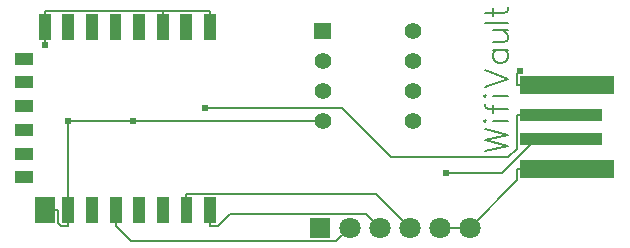
<source format=gtl>
G04 Layer: TopLayer*
G04 EasyEDA v6.1.52, Mon, 22 Jul 2019 07:30:32 GMT*
G04 48bfd73402ea4c338a6de7f667507198,62ece946848449f3960951035e99d9e0,10*
G04 Gerber Generator version 0.2*
G04 Scale: 100 percent, Rotated: No, Reflected: No *
G04 Dimensions in millimeters *
G04 leading zeros omitted , absolute positions ,3 integer and 3 decimal *
%FSLAX33Y33*%
%MOMM*%
G90*
G71D02*

%ADD10C,0.159995*%
%ADD11C,0.203200*%
%ADD12C,0.610006*%
%ADD17R,1.499997X0.999998*%
%ADD19C,1.397000*%
%ADD20C,1.799996*%
%ADD21R,1.799996X1.799996*%

%LPD*%
G54D10*
G01X43525Y15331D02*
G01X43251Y15054D01*
G01X43251Y14109D01*
G01X47492Y14109D02*
G01X43251Y14109D01*
G01X46984Y11559D02*
G01X43240Y11559D01*
G01X43240Y11559D02*
G01X43240Y8717D01*
G01X42527Y8001D01*
G01X32600Y8001D01*
G01X28473Y12128D01*
G01X16827Y12128D01*
G01X37231Y6626D02*
G01X41968Y6626D01*
G01X44861Y9519D01*
G01X46984Y9519D01*
G01X10751Y11049D02*
G01X26797Y11049D01*
G01X5278Y11049D02*
G01X10751Y11049D01*
G01X5278Y11049D02*
G01X5275Y11051D01*
G01X5278Y4889D02*
G01X5278Y11049D01*
G01X47492Y6969D02*
G01X43251Y6969D01*
G01X39243Y2032D02*
G01X43251Y6040D01*
G01X43251Y6969D01*
G01X36703Y2032D02*
G01X39243Y2032D01*
G01X5278Y3545D02*
G01X5278Y4889D01*
G01X5278Y2875D02*
G01X5278Y3545D01*
G01X5278Y2875D02*
G01X5278Y2204D01*
G01X3279Y3545D02*
G01X4371Y3545D01*
G01X4371Y3545D02*
G01X4371Y2453D01*
G01X4620Y2204D01*
G01X5278Y2204D01*
G01X15278Y3545D02*
G01X15278Y4886D01*
G01X15278Y4886D02*
G01X15278Y4889D01*
G01X31305Y4889D01*
G01X34163Y2032D01*
G01X17277Y3545D02*
G01X17277Y2204D01*
G01X17277Y2204D02*
G01X17973Y2204D01*
G01X18978Y3210D01*
G01X30444Y3210D01*
G01X31623Y2032D01*
G01X9278Y3545D02*
G01X9278Y2204D01*
G01X9278Y2204D02*
G01X10591Y889D01*
G01X27940Y889D01*
G01X29083Y2032D01*
G01X3266Y19723D02*
G01X3258Y19715D01*
G01X3258Y17485D01*
G01X3266Y19723D02*
G01X3266Y20396D01*
G01X3266Y19052D02*
G01X3266Y19723D01*
G01X13266Y20396D02*
G01X13266Y20393D01*
G01X3266Y20396D02*
G01X3268Y20396D01*
G01X13266Y20396D01*
G01X13266Y20396D02*
G01X17272Y20396D01*
G01X17272Y19055D02*
G01X17272Y20396D01*
G01X13266Y19052D02*
G01X13266Y20393D01*
G54D11*
G01X40548Y8509D02*
G01X42486Y8971D01*
G01X40548Y9433D02*
G01X42486Y8971D01*
G01X40548Y9433D02*
G01X42486Y9893D01*
G01X40548Y10355D02*
G01X42486Y9893D01*
G01X40548Y10965D02*
G01X40640Y11059D01*
G01X40548Y11150D01*
G01X40454Y11059D01*
G01X40548Y10965D01*
G01X41193Y11059D02*
G01X42486Y11059D01*
G01X40548Y12499D02*
G01X40548Y12313D01*
G01X40640Y12128D01*
G01X40916Y12037D01*
G01X42486Y12037D01*
G01X41193Y11760D02*
G01X41193Y12407D01*
G01X40548Y13108D02*
G01X40640Y13200D01*
G01X40548Y13294D01*
G01X40454Y13200D01*
G01X40548Y13108D01*
G01X41193Y13200D02*
G01X42486Y13200D01*
G01X40548Y13903D02*
G01X42486Y14643D01*
G01X40548Y15379D02*
G01X42486Y14643D01*
G01X41193Y17099D02*
G01X42486Y17099D01*
G01X41470Y17099D02*
G01X41287Y16913D01*
G01X41193Y16728D01*
G01X41193Y16451D01*
G01X41287Y16268D01*
G01X41470Y16083D01*
G01X41747Y15989D01*
G01X41932Y15989D01*
G01X42209Y16083D01*
G01X42395Y16268D01*
G01X42486Y16451D01*
G01X42486Y16728D01*
G01X42395Y16913D01*
G01X42209Y17099D01*
G01X41193Y17708D02*
G01X42118Y17708D01*
G01X42395Y17800D01*
G01X42486Y17985D01*
G01X42486Y18262D01*
G01X42395Y18448D01*
G01X42118Y18724D01*
G01X41193Y18724D02*
G01X42486Y18724D01*
G01X40548Y19334D02*
G01X42486Y19334D01*
G01X40548Y20220D02*
G01X42118Y20220D01*
G01X42395Y20312D01*
G01X42486Y20497D01*
G01X42486Y20683D01*
G01X41193Y19944D02*
G01X41193Y20589D01*
G36*
G01X51492Y14859D02*
G01X51492Y13359D01*
G01X43492Y13359D01*
G01X43492Y14859D01*
G01X51492Y14859D01*
G37*
G36*
G01X50483Y12060D02*
G01X50483Y11060D01*
G01X43483Y11060D01*
G01X43483Y12060D01*
G01X50483Y12060D01*
G37*
G36*
G01X50483Y10020D02*
G01X50483Y9020D01*
G01X43483Y9020D01*
G01X43483Y10020D01*
G01X50483Y10020D01*
G37*
G36*
G01X51492Y7719D02*
G01X51492Y6219D01*
G01X43492Y6219D01*
G01X43492Y7719D01*
G01X51492Y7719D01*
G37*
G36*
G01X17771Y20154D02*
G01X17771Y17954D01*
G01X16771Y17954D01*
G01X16771Y20154D01*
G01X17771Y20154D01*
G37*
G36*
G01X15760Y20153D02*
G01X15760Y17953D01*
G01X14760Y17953D01*
G01X14760Y20153D01*
G01X15760Y20153D01*
G37*
G36*
G01X13767Y20152D02*
G01X13767Y17952D01*
G01X12767Y17952D01*
G01X12767Y20152D01*
G01X13767Y20152D01*
G37*
G36*
G01X11758Y20153D02*
G01X11758Y17953D01*
G01X10758Y17953D01*
G01X10758Y20153D01*
G01X11758Y20153D01*
G37*
G36*
G01X9762Y20153D02*
G01X9762Y17953D01*
G01X8762Y17953D01*
G01X8762Y20153D01*
G01X9762Y20153D01*
G37*
G36*
G01X7767Y20153D02*
G01X7767Y17953D01*
G01X6766Y17953D01*
G01X6766Y20153D01*
G01X7767Y20153D01*
G37*
G36*
G01X5763Y20154D02*
G01X5763Y17954D01*
G01X4762Y17954D01*
G01X4762Y20154D01*
G01X5763Y20154D01*
G37*
G36*
G01X3767Y20153D02*
G01X3767Y17953D01*
G01X2766Y17953D01*
G01X2766Y20153D01*
G01X3767Y20153D01*
G37*
G36*
G01X17777Y4646D02*
G01X17777Y2446D01*
G01X16777Y2446D01*
G01X16777Y4646D01*
G01X17777Y4646D01*
G37*
G36*
G01X15778Y4645D02*
G01X15778Y2445D01*
G01X14777Y2445D01*
G01X14777Y4645D01*
G01X15778Y4645D01*
G37*
G36*
G01X13778Y4644D02*
G01X13778Y2444D01*
G01X12778Y2444D01*
G01X12778Y4644D01*
G01X13778Y4644D01*
G37*
G36*
G01X11779Y4645D02*
G01X11779Y2445D01*
G01X10779Y2445D01*
G01X10779Y4645D01*
G01X11779Y4645D01*
G37*
G36*
G01X9777Y4646D02*
G01X9777Y2446D01*
G01X8776Y2446D01*
G01X8776Y4646D01*
G01X9777Y4646D01*
G37*
G36*
G01X7777Y4645D02*
G01X7777Y2445D01*
G01X6777Y2445D01*
G01X6777Y4645D01*
G01X7777Y4645D01*
G37*
G36*
G01X5777Y4646D02*
G01X5777Y2446D01*
G01X4777Y2446D01*
G01X4777Y4646D01*
G01X5777Y4646D01*
G37*
G36*
G01X4130Y4645D02*
G01X4130Y2446D01*
G01X2429Y2446D01*
G01X2429Y4645D01*
G01X4130Y4645D01*
G37*
G54D17*
G01X1527Y12314D03*
G01X1524Y14327D03*
G01X1511Y16319D03*
G01X1534Y6286D03*
G01X1529Y8301D03*
G01X1527Y10315D03*
G36*
G01X27495Y19367D02*
G01X27495Y17970D01*
G01X26098Y17970D01*
G01X26098Y19367D01*
G01X27495Y19367D01*
G37*
G54D19*
G01X26797Y16129D03*
G01X26797Y13589D03*
G01X26797Y11049D03*
G01X34417Y11049D03*
G01X34417Y13589D03*
G01X34417Y16129D03*
G01X34417Y18669D03*
G54D20*
G01X39243Y2032D03*
G01X36703Y2032D03*
G01X34163Y2032D03*
G01X31623Y2032D03*
G01X29083Y2032D03*
G54D21*
G01X26543Y2032D03*
G54D12*
G01X43525Y15331D03*
G01X16827Y12128D03*
G01X37231Y6626D03*
G01X10751Y11049D03*
G01X5275Y11051D03*
G01X3258Y17485D03*
M00*
M02*

</source>
